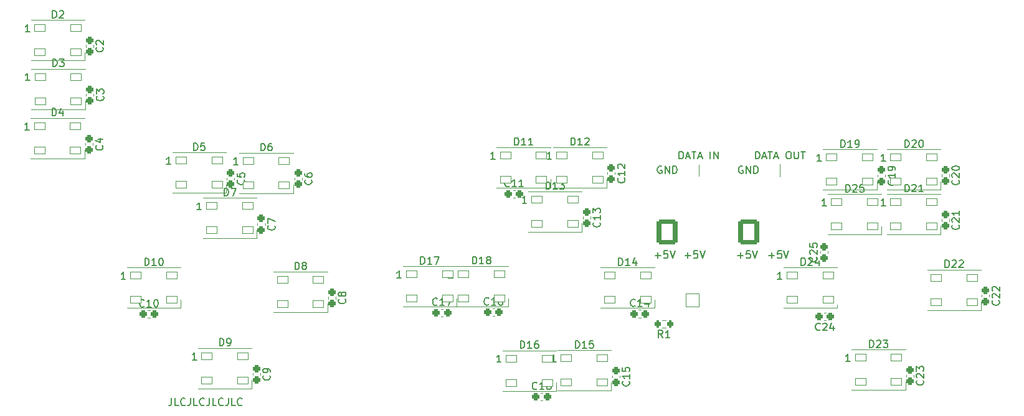
<source format=gbr>
%TF.GenerationSoftware,KiCad,Pcbnew,(6.0.9)*%
%TF.CreationDate,2022-12-26T16:20:07-09:00*%
%TF.ProjectId,PCB_ ELEC PANEL,5043422c-2045-44c4-9543-2050414e454c,rev?*%
%TF.SameCoordinates,Original*%
%TF.FileFunction,Legend,Top*%
%TF.FilePolarity,Positive*%
%FSLAX46Y46*%
G04 Gerber Fmt 4.6, Leading zero omitted, Abs format (unit mm)*
G04 Created by KiCad (PCBNEW (6.0.9)) date 2022-12-26 16:20:07*
%MOMM*%
%LPD*%
G01*
G04 APERTURE LIST*
G04 Aperture macros list*
%AMRoundRect*
0 Rectangle with rounded corners*
0 $1 Rounding radius*
0 $2 $3 $4 $5 $6 $7 $8 $9 X,Y pos of 4 corners*
0 Add a 4 corners polygon primitive as box body*
4,1,4,$2,$3,$4,$5,$6,$7,$8,$9,$2,$3,0*
0 Add four circle primitives for the rounded corners*
1,1,$1+$1,$2,$3*
1,1,$1+$1,$4,$5*
1,1,$1+$1,$6,$7*
1,1,$1+$1,$8,$9*
0 Add four rect primitives between the rounded corners*
20,1,$1+$1,$2,$3,$4,$5,0*
20,1,$1+$1,$4,$5,$6,$7,0*
20,1,$1+$1,$6,$7,$8,$9,0*
20,1,$1+$1,$8,$9,$2,$3,0*%
G04 Aperture macros list end*
%ADD10C,0.120000*%
%ADD11C,0.150000*%
%ADD12RoundRect,0.050000X-0.750000X-0.450000X0.750000X-0.450000X0.750000X0.450000X-0.750000X0.450000X0*%
%ADD13RoundRect,0.250000X0.200000X0.275000X-0.200000X0.275000X-0.200000X-0.275000X0.200000X-0.275000X0*%
%ADD14RoundRect,0.275000X-0.250000X0.225000X-0.250000X-0.225000X0.250000X-0.225000X0.250000X0.225000X0*%
%ADD15RoundRect,0.275000X-0.225000X-0.250000X0.225000X-0.250000X0.225000X0.250000X-0.225000X0.250000X0*%
%ADD16RoundRect,0.275000X0.225000X0.250000X-0.225000X0.250000X-0.225000X-0.250000X0.225000X-0.250000X0*%
%ADD17RoundRect,0.275000X0.250000X-0.225000X0.250000X0.225000X-0.250000X0.225000X-0.250000X-0.225000X0*%
%ADD18C,12.800000*%
%ADD19C,4.400000*%
%ADD20RoundRect,0.050000X0.900000X0.900000X-0.900000X0.900000X-0.900000X-0.900000X0.900000X-0.900000X0*%
%ADD21C,1.900000*%
%ADD22RoundRect,0.300001X-1.099999X-1.399999X1.099999X-1.399999X1.099999X1.399999X-1.099999X1.399999X0*%
%ADD23O,2.800000X3.400000*%
G04 APERTURE END LIST*
D10*
X132900000Y-119600000D02*
X132900000Y-117950000D01*
X121925000Y-118000000D02*
X121925000Y-119550000D01*
D11*
X131439285Y-130346428D02*
X132201190Y-130346428D01*
X131820238Y-130727380D02*
X131820238Y-129965476D01*
X133153571Y-129727380D02*
X132677380Y-129727380D01*
X132629761Y-130203571D01*
X132677380Y-130155952D01*
X132772619Y-130108333D01*
X133010714Y-130108333D01*
X133105952Y-130155952D01*
X133153571Y-130203571D01*
X133201190Y-130298809D01*
X133201190Y-130536904D01*
X133153571Y-130632142D01*
X133105952Y-130679761D01*
X133010714Y-130727380D01*
X132772619Y-130727380D01*
X132677380Y-130679761D01*
X132629761Y-130632142D01*
X133486904Y-129727380D02*
X133820238Y-130727380D01*
X134153571Y-129727380D01*
X127888095Y-118225000D02*
X127792857Y-118177380D01*
X127650000Y-118177380D01*
X127507142Y-118225000D01*
X127411904Y-118320238D01*
X127364285Y-118415476D01*
X127316666Y-118605952D01*
X127316666Y-118748809D01*
X127364285Y-118939285D01*
X127411904Y-119034523D01*
X127507142Y-119129761D01*
X127650000Y-119177380D01*
X127745238Y-119177380D01*
X127888095Y-119129761D01*
X127935714Y-119082142D01*
X127935714Y-118748809D01*
X127745238Y-118748809D01*
X128364285Y-119177380D02*
X128364285Y-118177380D01*
X128935714Y-119177380D01*
X128935714Y-118177380D01*
X129411904Y-119177380D02*
X129411904Y-118177380D01*
X129650000Y-118177380D01*
X129792857Y-118225000D01*
X129888095Y-118320238D01*
X129935714Y-118415476D01*
X129983333Y-118605952D01*
X129983333Y-118748809D01*
X129935714Y-118939285D01*
X129888095Y-119034523D01*
X129792857Y-119129761D01*
X129650000Y-119177380D01*
X129411904Y-119177380D01*
X129615476Y-117202380D02*
X129615476Y-116202380D01*
X129853571Y-116202380D01*
X129996428Y-116250000D01*
X130091666Y-116345238D01*
X130139285Y-116440476D01*
X130186904Y-116630952D01*
X130186904Y-116773809D01*
X130139285Y-116964285D01*
X130091666Y-117059523D01*
X129996428Y-117154761D01*
X129853571Y-117202380D01*
X129615476Y-117202380D01*
X130567857Y-116916666D02*
X131044047Y-116916666D01*
X130472619Y-117202380D02*
X130805952Y-116202380D01*
X131139285Y-117202380D01*
X131329761Y-116202380D02*
X131901190Y-116202380D01*
X131615476Y-117202380D02*
X131615476Y-116202380D01*
X132186904Y-116916666D02*
X132663095Y-116916666D01*
X132091666Y-117202380D02*
X132425000Y-116202380D01*
X132758333Y-117202380D01*
X134044047Y-116202380D02*
X134234523Y-116202380D01*
X134329761Y-116250000D01*
X134425000Y-116345238D01*
X134472619Y-116535714D01*
X134472619Y-116869047D01*
X134425000Y-117059523D01*
X134329761Y-117154761D01*
X134234523Y-117202380D01*
X134044047Y-117202380D01*
X133948809Y-117154761D01*
X133853571Y-117059523D01*
X133805952Y-116869047D01*
X133805952Y-116535714D01*
X133853571Y-116345238D01*
X133948809Y-116250000D01*
X134044047Y-116202380D01*
X134901190Y-116202380D02*
X134901190Y-117011904D01*
X134948809Y-117107142D01*
X134996428Y-117154761D01*
X135091666Y-117202380D01*
X135282142Y-117202380D01*
X135377380Y-117154761D01*
X135425000Y-117107142D01*
X135472619Y-117011904D01*
X135472619Y-116202380D01*
X135805952Y-116202380D02*
X136377380Y-116202380D01*
X136091666Y-117202380D02*
X136091666Y-116202380D01*
X119257142Y-117202380D02*
X119257142Y-116202380D01*
X119495238Y-116202380D01*
X119638095Y-116250000D01*
X119733333Y-116345238D01*
X119780952Y-116440476D01*
X119828571Y-116630952D01*
X119828571Y-116773809D01*
X119780952Y-116964285D01*
X119733333Y-117059523D01*
X119638095Y-117154761D01*
X119495238Y-117202380D01*
X119257142Y-117202380D01*
X120209523Y-116916666D02*
X120685714Y-116916666D01*
X120114285Y-117202380D02*
X120447619Y-116202380D01*
X120780952Y-117202380D01*
X120971428Y-116202380D02*
X121542857Y-116202380D01*
X121257142Y-117202380D02*
X121257142Y-116202380D01*
X121828571Y-116916666D02*
X122304761Y-116916666D01*
X121733333Y-117202380D02*
X122066666Y-116202380D01*
X122400000Y-117202380D01*
X123495238Y-117202380D02*
X123495238Y-116202380D01*
X123971428Y-117202380D02*
X123971428Y-116202380D01*
X124542857Y-117202380D01*
X124542857Y-116202380D01*
X127189285Y-130346428D02*
X127951190Y-130346428D01*
X127570238Y-130727380D02*
X127570238Y-129965476D01*
X128903571Y-129727380D02*
X128427380Y-129727380D01*
X128379761Y-130203571D01*
X128427380Y-130155952D01*
X128522619Y-130108333D01*
X128760714Y-130108333D01*
X128855952Y-130155952D01*
X128903571Y-130203571D01*
X128951190Y-130298809D01*
X128951190Y-130536904D01*
X128903571Y-130632142D01*
X128855952Y-130679761D01*
X128760714Y-130727380D01*
X128522619Y-130727380D01*
X128427380Y-130679761D01*
X128379761Y-130632142D01*
X129236904Y-129727380D02*
X129570238Y-130727380D01*
X129903571Y-129727380D01*
X50255952Y-149802380D02*
X50255952Y-150516666D01*
X50208333Y-150659523D01*
X50113095Y-150754761D01*
X49970238Y-150802380D01*
X49875000Y-150802380D01*
X51208333Y-150802380D02*
X50732142Y-150802380D01*
X50732142Y-149802380D01*
X52113095Y-150707142D02*
X52065476Y-150754761D01*
X51922619Y-150802380D01*
X51827380Y-150802380D01*
X51684523Y-150754761D01*
X51589285Y-150659523D01*
X51541666Y-150564285D01*
X51494047Y-150373809D01*
X51494047Y-150230952D01*
X51541666Y-150040476D01*
X51589285Y-149945238D01*
X51684523Y-149850000D01*
X51827380Y-149802380D01*
X51922619Y-149802380D01*
X52065476Y-149850000D01*
X52113095Y-149897619D01*
X52827380Y-149802380D02*
X52827380Y-150516666D01*
X52779761Y-150659523D01*
X52684523Y-150754761D01*
X52541666Y-150802380D01*
X52446428Y-150802380D01*
X53779761Y-150802380D02*
X53303571Y-150802380D01*
X53303571Y-149802380D01*
X54684523Y-150707142D02*
X54636904Y-150754761D01*
X54494047Y-150802380D01*
X54398809Y-150802380D01*
X54255952Y-150754761D01*
X54160714Y-150659523D01*
X54113095Y-150564285D01*
X54065476Y-150373809D01*
X54065476Y-150230952D01*
X54113095Y-150040476D01*
X54160714Y-149945238D01*
X54255952Y-149850000D01*
X54398809Y-149802380D01*
X54494047Y-149802380D01*
X54636904Y-149850000D01*
X54684523Y-149897619D01*
X55398809Y-149802380D02*
X55398809Y-150516666D01*
X55351190Y-150659523D01*
X55255952Y-150754761D01*
X55113095Y-150802380D01*
X55017857Y-150802380D01*
X56351190Y-150802380D02*
X55875000Y-150802380D01*
X55875000Y-149802380D01*
X57255952Y-150707142D02*
X57208333Y-150754761D01*
X57065476Y-150802380D01*
X56970238Y-150802380D01*
X56827380Y-150754761D01*
X56732142Y-150659523D01*
X56684523Y-150564285D01*
X56636904Y-150373809D01*
X56636904Y-150230952D01*
X56684523Y-150040476D01*
X56732142Y-149945238D01*
X56827380Y-149850000D01*
X56970238Y-149802380D01*
X57065476Y-149802380D01*
X57208333Y-149850000D01*
X57255952Y-149897619D01*
X57970238Y-149802380D02*
X57970238Y-150516666D01*
X57922619Y-150659523D01*
X57827380Y-150754761D01*
X57684523Y-150802380D01*
X57589285Y-150802380D01*
X58922619Y-150802380D02*
X58446428Y-150802380D01*
X58446428Y-149802380D01*
X59827380Y-150707142D02*
X59779761Y-150754761D01*
X59636904Y-150802380D01*
X59541666Y-150802380D01*
X59398809Y-150754761D01*
X59303571Y-150659523D01*
X59255952Y-150564285D01*
X59208333Y-150373809D01*
X59208333Y-150230952D01*
X59255952Y-150040476D01*
X59303571Y-149945238D01*
X59398809Y-149850000D01*
X59541666Y-149802380D01*
X59636904Y-149802380D01*
X59779761Y-149850000D01*
X59827380Y-149897619D01*
X120039285Y-130346428D02*
X120801190Y-130346428D01*
X120420238Y-130727380D02*
X120420238Y-129965476D01*
X121753571Y-129727380D02*
X121277380Y-129727380D01*
X121229761Y-130203571D01*
X121277380Y-130155952D01*
X121372619Y-130108333D01*
X121610714Y-130108333D01*
X121705952Y-130155952D01*
X121753571Y-130203571D01*
X121801190Y-130298809D01*
X121801190Y-130536904D01*
X121753571Y-130632142D01*
X121705952Y-130679761D01*
X121610714Y-130727380D01*
X121372619Y-130727380D01*
X121277380Y-130679761D01*
X121229761Y-130632142D01*
X122086904Y-129727380D02*
X122420238Y-130727380D01*
X122753571Y-129727380D01*
X115964285Y-130346428D02*
X116726190Y-130346428D01*
X116345238Y-130727380D02*
X116345238Y-129965476D01*
X117678571Y-129727380D02*
X117202380Y-129727380D01*
X117154761Y-130203571D01*
X117202380Y-130155952D01*
X117297619Y-130108333D01*
X117535714Y-130108333D01*
X117630952Y-130155952D01*
X117678571Y-130203571D01*
X117726190Y-130298809D01*
X117726190Y-130536904D01*
X117678571Y-130632142D01*
X117630952Y-130679761D01*
X117535714Y-130727380D01*
X117297619Y-130727380D01*
X117202380Y-130679761D01*
X117154761Y-130632142D01*
X118011904Y-129727380D02*
X118345238Y-130727380D01*
X118678571Y-129727380D01*
X116863095Y-118225000D02*
X116767857Y-118177380D01*
X116625000Y-118177380D01*
X116482142Y-118225000D01*
X116386904Y-118320238D01*
X116339285Y-118415476D01*
X116291666Y-118605952D01*
X116291666Y-118748809D01*
X116339285Y-118939285D01*
X116386904Y-119034523D01*
X116482142Y-119129761D01*
X116625000Y-119177380D01*
X116720238Y-119177380D01*
X116863095Y-119129761D01*
X116910714Y-119082142D01*
X116910714Y-118748809D01*
X116720238Y-118748809D01*
X117339285Y-119177380D02*
X117339285Y-118177380D01*
X117910714Y-119177380D01*
X117910714Y-118177380D01*
X118386904Y-119177380D02*
X118386904Y-118177380D01*
X118625000Y-118177380D01*
X118767857Y-118225000D01*
X118863095Y-118320238D01*
X118910714Y-118415476D01*
X118958333Y-118605952D01*
X118958333Y-118748809D01*
X118910714Y-118939285D01*
X118863095Y-119034523D01*
X118767857Y-119129761D01*
X118625000Y-119177380D01*
X118386904Y-119177380D01*
%TO.C,D2*%
X34085304Y-98019380D02*
X34085304Y-97019380D01*
X34323400Y-97019380D01*
X34466257Y-97067000D01*
X34561495Y-97162238D01*
X34609114Y-97257476D01*
X34656733Y-97447952D01*
X34656733Y-97590809D01*
X34609114Y-97781285D01*
X34561495Y-97876523D01*
X34466257Y-97971761D01*
X34323400Y-98019380D01*
X34085304Y-98019380D01*
X35037685Y-97114619D02*
X35085304Y-97067000D01*
X35180542Y-97019380D01*
X35418638Y-97019380D01*
X35513876Y-97067000D01*
X35561495Y-97114619D01*
X35609114Y-97209857D01*
X35609114Y-97305095D01*
X35561495Y-97447952D01*
X34990066Y-98019380D01*
X35609114Y-98019380D01*
X30959114Y-99919380D02*
X30387685Y-99919380D01*
X30673400Y-99919380D02*
X30673400Y-98919380D01*
X30578161Y-99062238D01*
X30482923Y-99157476D01*
X30387685Y-99205095D01*
%TO.C,D3*%
X34110704Y-104648380D02*
X34110704Y-103648380D01*
X34348800Y-103648380D01*
X34491657Y-103696000D01*
X34586895Y-103791238D01*
X34634514Y-103886476D01*
X34682133Y-104076952D01*
X34682133Y-104219809D01*
X34634514Y-104410285D01*
X34586895Y-104505523D01*
X34491657Y-104600761D01*
X34348800Y-104648380D01*
X34110704Y-104648380D01*
X35015466Y-103648380D02*
X35634514Y-103648380D01*
X35301180Y-104029333D01*
X35444038Y-104029333D01*
X35539276Y-104076952D01*
X35586895Y-104124571D01*
X35634514Y-104219809D01*
X35634514Y-104457904D01*
X35586895Y-104553142D01*
X35539276Y-104600761D01*
X35444038Y-104648380D01*
X35158323Y-104648380D01*
X35063085Y-104600761D01*
X35015466Y-104553142D01*
X30984514Y-106548380D02*
X30413085Y-106548380D01*
X30698800Y-106548380D02*
X30698800Y-105548380D01*
X30603561Y-105691238D01*
X30508323Y-105786476D01*
X30413085Y-105834095D01*
%TO.C,D4*%
X34022904Y-111354380D02*
X34022904Y-110354380D01*
X34261000Y-110354380D01*
X34403857Y-110402000D01*
X34499095Y-110497238D01*
X34546714Y-110592476D01*
X34594333Y-110782952D01*
X34594333Y-110925809D01*
X34546714Y-111116285D01*
X34499095Y-111211523D01*
X34403857Y-111306761D01*
X34261000Y-111354380D01*
X34022904Y-111354380D01*
X35451476Y-110687714D02*
X35451476Y-111354380D01*
X35213380Y-110306761D02*
X34975285Y-111021047D01*
X35594333Y-111021047D01*
X30896714Y-113254380D02*
X30325285Y-113254380D01*
X30611000Y-113254380D02*
X30611000Y-112254380D01*
X30515761Y-112397238D01*
X30420523Y-112492476D01*
X30325285Y-112540095D01*
%TO.C,D5*%
X53262304Y-116053380D02*
X53262304Y-115053380D01*
X53500400Y-115053380D01*
X53643257Y-115101000D01*
X53738495Y-115196238D01*
X53786114Y-115291476D01*
X53833733Y-115481952D01*
X53833733Y-115624809D01*
X53786114Y-115815285D01*
X53738495Y-115910523D01*
X53643257Y-116005761D01*
X53500400Y-116053380D01*
X53262304Y-116053380D01*
X54738495Y-115053380D02*
X54262304Y-115053380D01*
X54214685Y-115529571D01*
X54262304Y-115481952D01*
X54357542Y-115434333D01*
X54595638Y-115434333D01*
X54690876Y-115481952D01*
X54738495Y-115529571D01*
X54786114Y-115624809D01*
X54786114Y-115862904D01*
X54738495Y-115958142D01*
X54690876Y-116005761D01*
X54595638Y-116053380D01*
X54357542Y-116053380D01*
X54262304Y-116005761D01*
X54214685Y-115958142D01*
X50136114Y-117953380D02*
X49564685Y-117953380D01*
X49850400Y-117953380D02*
X49850400Y-116953380D01*
X49755161Y-117096238D01*
X49659923Y-117191476D01*
X49564685Y-117239095D01*
%TO.C,D6*%
X62392504Y-116103380D02*
X62392504Y-115103380D01*
X62630600Y-115103380D01*
X62773457Y-115151000D01*
X62868695Y-115246238D01*
X62916314Y-115341476D01*
X62963933Y-115531952D01*
X62963933Y-115674809D01*
X62916314Y-115865285D01*
X62868695Y-115960523D01*
X62773457Y-116055761D01*
X62630600Y-116103380D01*
X62392504Y-116103380D01*
X63821076Y-115103380D02*
X63630600Y-115103380D01*
X63535361Y-115151000D01*
X63487742Y-115198619D01*
X63392504Y-115341476D01*
X63344885Y-115531952D01*
X63344885Y-115912904D01*
X63392504Y-116008142D01*
X63440123Y-116055761D01*
X63535361Y-116103380D01*
X63725838Y-116103380D01*
X63821076Y-116055761D01*
X63868695Y-116008142D01*
X63916314Y-115912904D01*
X63916314Y-115674809D01*
X63868695Y-115579571D01*
X63821076Y-115531952D01*
X63725838Y-115484333D01*
X63535361Y-115484333D01*
X63440123Y-115531952D01*
X63392504Y-115579571D01*
X63344885Y-115674809D01*
X59266314Y-118003380D02*
X58694885Y-118003380D01*
X58980600Y-118003380D02*
X58980600Y-117003380D01*
X58885361Y-117146238D01*
X58790123Y-117241476D01*
X58694885Y-117289095D01*
%TO.C,D7*%
X57427904Y-122250380D02*
X57427904Y-121250380D01*
X57666000Y-121250380D01*
X57808857Y-121298000D01*
X57904095Y-121393238D01*
X57951714Y-121488476D01*
X57999333Y-121678952D01*
X57999333Y-121821809D01*
X57951714Y-122012285D01*
X57904095Y-122107523D01*
X57808857Y-122202761D01*
X57666000Y-122250380D01*
X57427904Y-122250380D01*
X58332666Y-121250380D02*
X58999333Y-121250380D01*
X58570761Y-122250380D01*
X54301714Y-124150380D02*
X53730285Y-124150380D01*
X54016000Y-124150380D02*
X54016000Y-123150380D01*
X53920761Y-123293238D01*
X53825523Y-123388476D01*
X53730285Y-123436095D01*
%TO.C,D8*%
X67042904Y-132283380D02*
X67042904Y-131283380D01*
X67281000Y-131283380D01*
X67423857Y-131331000D01*
X67519095Y-131426238D01*
X67566714Y-131521476D01*
X67614333Y-131711952D01*
X67614333Y-131854809D01*
X67566714Y-132045285D01*
X67519095Y-132140523D01*
X67423857Y-132235761D01*
X67281000Y-132283380D01*
X67042904Y-132283380D01*
X68185761Y-131711952D02*
X68090523Y-131664333D01*
X68042904Y-131616714D01*
X67995285Y-131521476D01*
X67995285Y-131473857D01*
X68042904Y-131378619D01*
X68090523Y-131331000D01*
X68185761Y-131283380D01*
X68376238Y-131283380D01*
X68471476Y-131331000D01*
X68519095Y-131378619D01*
X68566714Y-131473857D01*
X68566714Y-131521476D01*
X68519095Y-131616714D01*
X68471476Y-131664333D01*
X68376238Y-131711952D01*
X68185761Y-131711952D01*
X68090523Y-131759571D01*
X68042904Y-131807190D01*
X67995285Y-131902428D01*
X67995285Y-132092904D01*
X68042904Y-132188142D01*
X68090523Y-132235761D01*
X68185761Y-132283380D01*
X68376238Y-132283380D01*
X68471476Y-132235761D01*
X68519095Y-132188142D01*
X68566714Y-132092904D01*
X68566714Y-131902428D01*
X68519095Y-131807190D01*
X68471476Y-131759571D01*
X68376238Y-131711952D01*
X63916714Y-134183380D02*
X63345285Y-134183380D01*
X63631000Y-134183380D02*
X63631000Y-133183380D01*
X63535761Y-133326238D01*
X63440523Y-133421476D01*
X63345285Y-133469095D01*
%TO.C,D9*%
X56781304Y-142672380D02*
X56781304Y-141672380D01*
X57019400Y-141672380D01*
X57162257Y-141720000D01*
X57257495Y-141815238D01*
X57305114Y-141910476D01*
X57352733Y-142100952D01*
X57352733Y-142243809D01*
X57305114Y-142434285D01*
X57257495Y-142529523D01*
X57162257Y-142624761D01*
X57019400Y-142672380D01*
X56781304Y-142672380D01*
X57828923Y-142672380D02*
X58019400Y-142672380D01*
X58114638Y-142624761D01*
X58162257Y-142577142D01*
X58257495Y-142434285D01*
X58305114Y-142243809D01*
X58305114Y-141862857D01*
X58257495Y-141767619D01*
X58209876Y-141720000D01*
X58114638Y-141672380D01*
X57924161Y-141672380D01*
X57828923Y-141720000D01*
X57781304Y-141767619D01*
X57733685Y-141862857D01*
X57733685Y-142100952D01*
X57781304Y-142196190D01*
X57828923Y-142243809D01*
X57924161Y-142291428D01*
X58114638Y-142291428D01*
X58209876Y-142243809D01*
X58257495Y-142196190D01*
X58305114Y-142100952D01*
X53655114Y-144572380D02*
X53083685Y-144572380D01*
X53369400Y-144572380D02*
X53369400Y-143572380D01*
X53274161Y-143715238D01*
X53178923Y-143810476D01*
X53083685Y-143858095D01*
%TO.C,D10*%
X46627714Y-131724380D02*
X46627714Y-130724380D01*
X46865809Y-130724380D01*
X47008666Y-130772000D01*
X47103904Y-130867238D01*
X47151523Y-130962476D01*
X47199142Y-131152952D01*
X47199142Y-131295809D01*
X47151523Y-131486285D01*
X47103904Y-131581523D01*
X47008666Y-131676761D01*
X46865809Y-131724380D01*
X46627714Y-131724380D01*
X48151523Y-131724380D02*
X47580095Y-131724380D01*
X47865809Y-131724380D02*
X47865809Y-130724380D01*
X47770571Y-130867238D01*
X47675333Y-130962476D01*
X47580095Y-131010095D01*
X48770571Y-130724380D02*
X48865809Y-130724380D01*
X48961047Y-130772000D01*
X49008666Y-130819619D01*
X49056285Y-130914857D01*
X49103904Y-131105333D01*
X49103904Y-131343428D01*
X49056285Y-131533904D01*
X49008666Y-131629142D01*
X48961047Y-131676761D01*
X48865809Y-131724380D01*
X48770571Y-131724380D01*
X48675333Y-131676761D01*
X48627714Y-131629142D01*
X48580095Y-131533904D01*
X48532476Y-131343428D01*
X48532476Y-131105333D01*
X48580095Y-130914857D01*
X48627714Y-130819619D01*
X48675333Y-130772000D01*
X48770571Y-130724380D01*
X43977714Y-133624380D02*
X43406285Y-133624380D01*
X43692000Y-133624380D02*
X43692000Y-132624380D01*
X43596761Y-132767238D01*
X43501523Y-132862476D01*
X43406285Y-132910095D01*
%TO.C,D11*%
X96880514Y-115341380D02*
X96880514Y-114341380D01*
X97118609Y-114341380D01*
X97261466Y-114389000D01*
X97356704Y-114484238D01*
X97404323Y-114579476D01*
X97451942Y-114769952D01*
X97451942Y-114912809D01*
X97404323Y-115103285D01*
X97356704Y-115198523D01*
X97261466Y-115293761D01*
X97118609Y-115341380D01*
X96880514Y-115341380D01*
X98404323Y-115341380D02*
X97832895Y-115341380D01*
X98118609Y-115341380D02*
X98118609Y-114341380D01*
X98023371Y-114484238D01*
X97928133Y-114579476D01*
X97832895Y-114627095D01*
X99356704Y-115341380D02*
X98785276Y-115341380D01*
X99070990Y-115341380D02*
X99070990Y-114341380D01*
X98975752Y-114484238D01*
X98880514Y-114579476D01*
X98785276Y-114627095D01*
X94230514Y-117241380D02*
X93659085Y-117241380D01*
X93944800Y-117241380D02*
X93944800Y-116241380D01*
X93849561Y-116384238D01*
X93754323Y-116479476D01*
X93659085Y-116527095D01*
%TO.C,D12*%
X104539714Y-115341380D02*
X104539714Y-114341380D01*
X104777809Y-114341380D01*
X104920666Y-114389000D01*
X105015904Y-114484238D01*
X105063523Y-114579476D01*
X105111142Y-114769952D01*
X105111142Y-114912809D01*
X105063523Y-115103285D01*
X105015904Y-115198523D01*
X104920666Y-115293761D01*
X104777809Y-115341380D01*
X104539714Y-115341380D01*
X106063523Y-115341380D02*
X105492095Y-115341380D01*
X105777809Y-115341380D02*
X105777809Y-114341380D01*
X105682571Y-114484238D01*
X105587333Y-114579476D01*
X105492095Y-114627095D01*
X106444476Y-114436619D02*
X106492095Y-114389000D01*
X106587333Y-114341380D01*
X106825428Y-114341380D01*
X106920666Y-114389000D01*
X106968285Y-114436619D01*
X107015904Y-114531857D01*
X107015904Y-114627095D01*
X106968285Y-114769952D01*
X106396857Y-115341380D01*
X107015904Y-115341380D01*
X101889714Y-117241380D02*
X101318285Y-117241380D01*
X101604000Y-117241380D02*
X101604000Y-116241380D01*
X101508761Y-116384238D01*
X101413523Y-116479476D01*
X101318285Y-116527095D01*
%TO.C,D13*%
X101161714Y-121361380D02*
X101161714Y-120361380D01*
X101399809Y-120361380D01*
X101542666Y-120409000D01*
X101637904Y-120504238D01*
X101685523Y-120599476D01*
X101733142Y-120789952D01*
X101733142Y-120932809D01*
X101685523Y-121123285D01*
X101637904Y-121218523D01*
X101542666Y-121313761D01*
X101399809Y-121361380D01*
X101161714Y-121361380D01*
X102685523Y-121361380D02*
X102114095Y-121361380D01*
X102399809Y-121361380D02*
X102399809Y-120361380D01*
X102304571Y-120504238D01*
X102209333Y-120599476D01*
X102114095Y-120647095D01*
X103018857Y-120361380D02*
X103637904Y-120361380D01*
X103304571Y-120742333D01*
X103447428Y-120742333D01*
X103542666Y-120789952D01*
X103590285Y-120837571D01*
X103637904Y-120932809D01*
X103637904Y-121170904D01*
X103590285Y-121266142D01*
X103542666Y-121313761D01*
X103447428Y-121361380D01*
X103161714Y-121361380D01*
X103066476Y-121313761D01*
X103018857Y-121266142D01*
X98511714Y-123261380D02*
X97940285Y-123261380D01*
X98226000Y-123261380D02*
X98226000Y-122261380D01*
X98130761Y-122404238D01*
X98035523Y-122499476D01*
X97940285Y-122547095D01*
%TO.C,D14*%
X111028714Y-131724380D02*
X111028714Y-130724380D01*
X111266809Y-130724380D01*
X111409666Y-130772000D01*
X111504904Y-130867238D01*
X111552523Y-130962476D01*
X111600142Y-131152952D01*
X111600142Y-131295809D01*
X111552523Y-131486285D01*
X111504904Y-131581523D01*
X111409666Y-131676761D01*
X111266809Y-131724380D01*
X111028714Y-131724380D01*
X112552523Y-131724380D02*
X111981095Y-131724380D01*
X112266809Y-131724380D02*
X112266809Y-130724380D01*
X112171571Y-130867238D01*
X112076333Y-130962476D01*
X111981095Y-131010095D01*
X113409666Y-131057714D02*
X113409666Y-131724380D01*
X113171571Y-130676761D02*
X112933476Y-131391047D01*
X113552523Y-131391047D01*
X108378714Y-133624380D02*
X107807285Y-133624380D01*
X108093000Y-133624380D02*
X108093000Y-132624380D01*
X107997761Y-132767238D01*
X107902523Y-132862476D01*
X107807285Y-132910095D01*
%TO.C,D15*%
X105149714Y-142976380D02*
X105149714Y-141976380D01*
X105387809Y-141976380D01*
X105530666Y-142024000D01*
X105625904Y-142119238D01*
X105673523Y-142214476D01*
X105721142Y-142404952D01*
X105721142Y-142547809D01*
X105673523Y-142738285D01*
X105625904Y-142833523D01*
X105530666Y-142928761D01*
X105387809Y-142976380D01*
X105149714Y-142976380D01*
X106673523Y-142976380D02*
X106102095Y-142976380D01*
X106387809Y-142976380D02*
X106387809Y-141976380D01*
X106292571Y-142119238D01*
X106197333Y-142214476D01*
X106102095Y-142262095D01*
X107578285Y-141976380D02*
X107102095Y-141976380D01*
X107054476Y-142452571D01*
X107102095Y-142404952D01*
X107197333Y-142357333D01*
X107435428Y-142357333D01*
X107530666Y-142404952D01*
X107578285Y-142452571D01*
X107625904Y-142547809D01*
X107625904Y-142785904D01*
X107578285Y-142881142D01*
X107530666Y-142928761D01*
X107435428Y-142976380D01*
X107197333Y-142976380D01*
X107102095Y-142928761D01*
X107054476Y-142881142D01*
X102499714Y-144876380D02*
X101928285Y-144876380D01*
X102214000Y-144876380D02*
X102214000Y-143876380D01*
X102118761Y-144019238D01*
X102023523Y-144114476D01*
X101928285Y-144162095D01*
%TO.C,D16*%
X97679514Y-143002380D02*
X97679514Y-142002380D01*
X97917609Y-142002380D01*
X98060466Y-142050000D01*
X98155704Y-142145238D01*
X98203323Y-142240476D01*
X98250942Y-142430952D01*
X98250942Y-142573809D01*
X98203323Y-142764285D01*
X98155704Y-142859523D01*
X98060466Y-142954761D01*
X97917609Y-143002380D01*
X97679514Y-143002380D01*
X99203323Y-143002380D02*
X98631895Y-143002380D01*
X98917609Y-143002380D02*
X98917609Y-142002380D01*
X98822371Y-142145238D01*
X98727133Y-142240476D01*
X98631895Y-142288095D01*
X100060466Y-142002380D02*
X99869990Y-142002380D01*
X99774752Y-142050000D01*
X99727133Y-142097619D01*
X99631895Y-142240476D01*
X99584276Y-142430952D01*
X99584276Y-142811904D01*
X99631895Y-142907142D01*
X99679514Y-142954761D01*
X99774752Y-143002380D01*
X99965228Y-143002380D01*
X100060466Y-142954761D01*
X100108085Y-142907142D01*
X100155704Y-142811904D01*
X100155704Y-142573809D01*
X100108085Y-142478571D01*
X100060466Y-142430952D01*
X99965228Y-142383333D01*
X99774752Y-142383333D01*
X99679514Y-142430952D01*
X99631895Y-142478571D01*
X99584276Y-142573809D01*
X95029514Y-144902380D02*
X94458085Y-144902380D01*
X94743800Y-144902380D02*
X94743800Y-143902380D01*
X94648561Y-144045238D01*
X94553323Y-144140476D01*
X94458085Y-144188095D01*
%TO.C,D17*%
X84115914Y-131546380D02*
X84115914Y-130546380D01*
X84354009Y-130546380D01*
X84496866Y-130594000D01*
X84592104Y-130689238D01*
X84639723Y-130784476D01*
X84687342Y-130974952D01*
X84687342Y-131117809D01*
X84639723Y-131308285D01*
X84592104Y-131403523D01*
X84496866Y-131498761D01*
X84354009Y-131546380D01*
X84115914Y-131546380D01*
X85639723Y-131546380D02*
X85068295Y-131546380D01*
X85354009Y-131546380D02*
X85354009Y-130546380D01*
X85258771Y-130689238D01*
X85163533Y-130784476D01*
X85068295Y-130832095D01*
X85973057Y-130546380D02*
X86639723Y-130546380D01*
X86211152Y-131546380D01*
X81465914Y-133446380D02*
X80894485Y-133446380D01*
X81180200Y-133446380D02*
X81180200Y-132446380D01*
X81084961Y-132589238D01*
X80989723Y-132684476D01*
X80894485Y-132732095D01*
%TO.C,D18*%
X91153914Y-131521380D02*
X91153914Y-130521380D01*
X91392009Y-130521380D01*
X91534866Y-130569000D01*
X91630104Y-130664238D01*
X91677723Y-130759476D01*
X91725342Y-130949952D01*
X91725342Y-131092809D01*
X91677723Y-131283285D01*
X91630104Y-131378523D01*
X91534866Y-131473761D01*
X91392009Y-131521380D01*
X91153914Y-131521380D01*
X92677723Y-131521380D02*
X92106295Y-131521380D01*
X92392009Y-131521380D02*
X92392009Y-130521380D01*
X92296771Y-130664238D01*
X92201533Y-130759476D01*
X92106295Y-130807095D01*
X93249152Y-130949952D02*
X93153914Y-130902333D01*
X93106295Y-130854714D01*
X93058676Y-130759476D01*
X93058676Y-130711857D01*
X93106295Y-130616619D01*
X93153914Y-130569000D01*
X93249152Y-130521380D01*
X93439628Y-130521380D01*
X93534866Y-130569000D01*
X93582485Y-130616619D01*
X93630104Y-130711857D01*
X93630104Y-130759476D01*
X93582485Y-130854714D01*
X93534866Y-130902333D01*
X93439628Y-130949952D01*
X93249152Y-130949952D01*
X93153914Y-130997571D01*
X93106295Y-131045190D01*
X93058676Y-131140428D01*
X93058676Y-131330904D01*
X93106295Y-131426142D01*
X93153914Y-131473761D01*
X93249152Y-131521380D01*
X93439628Y-131521380D01*
X93534866Y-131473761D01*
X93582485Y-131426142D01*
X93630104Y-131330904D01*
X93630104Y-131140428D01*
X93582485Y-131045190D01*
X93534866Y-130997571D01*
X93439628Y-130949952D01*
X88503914Y-133421380D02*
X87932485Y-133421380D01*
X88218200Y-133421380D02*
X88218200Y-132421380D01*
X88122961Y-132564238D01*
X88027723Y-132659476D01*
X87932485Y-132707095D01*
%TO.C,D19*%
X141240714Y-115646380D02*
X141240714Y-114646380D01*
X141478809Y-114646380D01*
X141621666Y-114694000D01*
X141716904Y-114789238D01*
X141764523Y-114884476D01*
X141812142Y-115074952D01*
X141812142Y-115217809D01*
X141764523Y-115408285D01*
X141716904Y-115503523D01*
X141621666Y-115598761D01*
X141478809Y-115646380D01*
X141240714Y-115646380D01*
X142764523Y-115646380D02*
X142193095Y-115646380D01*
X142478809Y-115646380D02*
X142478809Y-114646380D01*
X142383571Y-114789238D01*
X142288333Y-114884476D01*
X142193095Y-114932095D01*
X143240714Y-115646380D02*
X143431190Y-115646380D01*
X143526428Y-115598761D01*
X143574047Y-115551142D01*
X143669285Y-115408285D01*
X143716904Y-115217809D01*
X143716904Y-114836857D01*
X143669285Y-114741619D01*
X143621666Y-114694000D01*
X143526428Y-114646380D01*
X143335952Y-114646380D01*
X143240714Y-114694000D01*
X143193095Y-114741619D01*
X143145476Y-114836857D01*
X143145476Y-115074952D01*
X143193095Y-115170190D01*
X143240714Y-115217809D01*
X143335952Y-115265428D01*
X143526428Y-115265428D01*
X143621666Y-115217809D01*
X143669285Y-115170190D01*
X143716904Y-115074952D01*
X138590714Y-117546380D02*
X138019285Y-117546380D01*
X138305000Y-117546380D02*
X138305000Y-116546380D01*
X138209761Y-116689238D01*
X138114523Y-116784476D01*
X138019285Y-116832095D01*
%TO.C,D20*%
X149940714Y-115646380D02*
X149940714Y-114646380D01*
X150178809Y-114646380D01*
X150321666Y-114694000D01*
X150416904Y-114789238D01*
X150464523Y-114884476D01*
X150512142Y-115074952D01*
X150512142Y-115217809D01*
X150464523Y-115408285D01*
X150416904Y-115503523D01*
X150321666Y-115598761D01*
X150178809Y-115646380D01*
X149940714Y-115646380D01*
X150893095Y-114741619D02*
X150940714Y-114694000D01*
X151035952Y-114646380D01*
X151274047Y-114646380D01*
X151369285Y-114694000D01*
X151416904Y-114741619D01*
X151464523Y-114836857D01*
X151464523Y-114932095D01*
X151416904Y-115074952D01*
X150845476Y-115646380D01*
X151464523Y-115646380D01*
X152083571Y-114646380D02*
X152178809Y-114646380D01*
X152274047Y-114694000D01*
X152321666Y-114741619D01*
X152369285Y-114836857D01*
X152416904Y-115027333D01*
X152416904Y-115265428D01*
X152369285Y-115455904D01*
X152321666Y-115551142D01*
X152274047Y-115598761D01*
X152178809Y-115646380D01*
X152083571Y-115646380D01*
X151988333Y-115598761D01*
X151940714Y-115551142D01*
X151893095Y-115455904D01*
X151845476Y-115265428D01*
X151845476Y-115027333D01*
X151893095Y-114836857D01*
X151940714Y-114741619D01*
X151988333Y-114694000D01*
X152083571Y-114646380D01*
X147290714Y-117546380D02*
X146719285Y-117546380D01*
X147005000Y-117546380D02*
X147005000Y-116546380D01*
X146909761Y-116689238D01*
X146814523Y-116784476D01*
X146719285Y-116832095D01*
%TO.C,D21*%
X149952714Y-121691380D02*
X149952714Y-120691380D01*
X150190809Y-120691380D01*
X150333666Y-120739000D01*
X150428904Y-120834238D01*
X150476523Y-120929476D01*
X150524142Y-121119952D01*
X150524142Y-121262809D01*
X150476523Y-121453285D01*
X150428904Y-121548523D01*
X150333666Y-121643761D01*
X150190809Y-121691380D01*
X149952714Y-121691380D01*
X150905095Y-120786619D02*
X150952714Y-120739000D01*
X151047952Y-120691380D01*
X151286047Y-120691380D01*
X151381285Y-120739000D01*
X151428904Y-120786619D01*
X151476523Y-120881857D01*
X151476523Y-120977095D01*
X151428904Y-121119952D01*
X150857476Y-121691380D01*
X151476523Y-121691380D01*
X152428904Y-121691380D02*
X151857476Y-121691380D01*
X152143190Y-121691380D02*
X152143190Y-120691380D01*
X152047952Y-120834238D01*
X151952714Y-120929476D01*
X151857476Y-120977095D01*
X147302714Y-123591380D02*
X146731285Y-123591380D01*
X147017000Y-123591380D02*
X147017000Y-122591380D01*
X146921761Y-122734238D01*
X146826523Y-122829476D01*
X146731285Y-122877095D01*
%TO.C,D22*%
X155415714Y-132004380D02*
X155415714Y-131004380D01*
X155653809Y-131004380D01*
X155796666Y-131052000D01*
X155891904Y-131147238D01*
X155939523Y-131242476D01*
X155987142Y-131432952D01*
X155987142Y-131575809D01*
X155939523Y-131766285D01*
X155891904Y-131861523D01*
X155796666Y-131956761D01*
X155653809Y-132004380D01*
X155415714Y-132004380D01*
X156368095Y-131099619D02*
X156415714Y-131052000D01*
X156510952Y-131004380D01*
X156749047Y-131004380D01*
X156844285Y-131052000D01*
X156891904Y-131099619D01*
X156939523Y-131194857D01*
X156939523Y-131290095D01*
X156891904Y-131432952D01*
X156320476Y-132004380D01*
X156939523Y-132004380D01*
X157320476Y-131099619D02*
X157368095Y-131052000D01*
X157463333Y-131004380D01*
X157701428Y-131004380D01*
X157796666Y-131052000D01*
X157844285Y-131099619D01*
X157891904Y-131194857D01*
X157891904Y-131290095D01*
X157844285Y-131432952D01*
X157272857Y-132004380D01*
X157891904Y-132004380D01*
X152765714Y-133904380D02*
X152194285Y-133904380D01*
X152480000Y-133904380D02*
X152480000Y-132904380D01*
X152384761Y-133047238D01*
X152289523Y-133142476D01*
X152194285Y-133190095D01*
%TO.C,D23*%
X145140714Y-142900380D02*
X145140714Y-141900380D01*
X145378809Y-141900380D01*
X145521666Y-141948000D01*
X145616904Y-142043238D01*
X145664523Y-142138476D01*
X145712142Y-142328952D01*
X145712142Y-142471809D01*
X145664523Y-142662285D01*
X145616904Y-142757523D01*
X145521666Y-142852761D01*
X145378809Y-142900380D01*
X145140714Y-142900380D01*
X146093095Y-141995619D02*
X146140714Y-141948000D01*
X146235952Y-141900380D01*
X146474047Y-141900380D01*
X146569285Y-141948000D01*
X146616904Y-141995619D01*
X146664523Y-142090857D01*
X146664523Y-142186095D01*
X146616904Y-142328952D01*
X146045476Y-142900380D01*
X146664523Y-142900380D01*
X146997857Y-141900380D02*
X147616904Y-141900380D01*
X147283571Y-142281333D01*
X147426428Y-142281333D01*
X147521666Y-142328952D01*
X147569285Y-142376571D01*
X147616904Y-142471809D01*
X147616904Y-142709904D01*
X147569285Y-142805142D01*
X147521666Y-142852761D01*
X147426428Y-142900380D01*
X147140714Y-142900380D01*
X147045476Y-142852761D01*
X146997857Y-142805142D01*
X142490714Y-144800380D02*
X141919285Y-144800380D01*
X142205000Y-144800380D02*
X142205000Y-143800380D01*
X142109761Y-143943238D01*
X142014523Y-144038476D01*
X141919285Y-144086095D01*
%TO.C,D24*%
X135857714Y-131699380D02*
X135857714Y-130699380D01*
X136095809Y-130699380D01*
X136238666Y-130747000D01*
X136333904Y-130842238D01*
X136381523Y-130937476D01*
X136429142Y-131127952D01*
X136429142Y-131270809D01*
X136381523Y-131461285D01*
X136333904Y-131556523D01*
X136238666Y-131651761D01*
X136095809Y-131699380D01*
X135857714Y-131699380D01*
X136810095Y-130794619D02*
X136857714Y-130747000D01*
X136952952Y-130699380D01*
X137191047Y-130699380D01*
X137286285Y-130747000D01*
X137333904Y-130794619D01*
X137381523Y-130889857D01*
X137381523Y-130985095D01*
X137333904Y-131127952D01*
X136762476Y-131699380D01*
X137381523Y-131699380D01*
X138238666Y-131032714D02*
X138238666Y-131699380D01*
X138000571Y-130651761D02*
X137762476Y-131366047D01*
X138381523Y-131366047D01*
X133207714Y-133599380D02*
X132636285Y-133599380D01*
X132922000Y-133599380D02*
X132922000Y-132599380D01*
X132826761Y-132742238D01*
X132731523Y-132837476D01*
X132636285Y-132885095D01*
%TO.C,D25*%
X141902714Y-121717380D02*
X141902714Y-120717380D01*
X142140809Y-120717380D01*
X142283666Y-120765000D01*
X142378904Y-120860238D01*
X142426523Y-120955476D01*
X142474142Y-121145952D01*
X142474142Y-121288809D01*
X142426523Y-121479285D01*
X142378904Y-121574523D01*
X142283666Y-121669761D01*
X142140809Y-121717380D01*
X141902714Y-121717380D01*
X142855095Y-120812619D02*
X142902714Y-120765000D01*
X142997952Y-120717380D01*
X143236047Y-120717380D01*
X143331285Y-120765000D01*
X143378904Y-120812619D01*
X143426523Y-120907857D01*
X143426523Y-121003095D01*
X143378904Y-121145952D01*
X142807476Y-121717380D01*
X143426523Y-121717380D01*
X144331285Y-120717380D02*
X143855095Y-120717380D01*
X143807476Y-121193571D01*
X143855095Y-121145952D01*
X143950333Y-121098333D01*
X144188428Y-121098333D01*
X144283666Y-121145952D01*
X144331285Y-121193571D01*
X144378904Y-121288809D01*
X144378904Y-121526904D01*
X144331285Y-121622142D01*
X144283666Y-121669761D01*
X144188428Y-121717380D01*
X143950333Y-121717380D01*
X143855095Y-121669761D01*
X143807476Y-121622142D01*
X139252714Y-123617380D02*
X138681285Y-123617380D01*
X138967000Y-123617380D02*
X138967000Y-122617380D01*
X138871761Y-122760238D01*
X138776523Y-122855476D01*
X138681285Y-122903095D01*
%TO.C,R1*%
X117023333Y-141562380D02*
X116690000Y-141086190D01*
X116451904Y-141562380D02*
X116451904Y-140562380D01*
X116832857Y-140562380D01*
X116928095Y-140610000D01*
X116975714Y-140657619D01*
X117023333Y-140752857D01*
X117023333Y-140895714D01*
X116975714Y-140990952D01*
X116928095Y-141038571D01*
X116832857Y-141086190D01*
X116451904Y-141086190D01*
X117975714Y-141562380D02*
X117404285Y-141562380D01*
X117690000Y-141562380D02*
X117690000Y-140562380D01*
X117594761Y-140705238D01*
X117499523Y-140800476D01*
X117404285Y-140848095D01*
%TO.C,C2*%
X40887142Y-102028666D02*
X40934761Y-102076285D01*
X40982380Y-102219142D01*
X40982380Y-102314380D01*
X40934761Y-102457238D01*
X40839523Y-102552476D01*
X40744285Y-102600095D01*
X40553809Y-102647714D01*
X40410952Y-102647714D01*
X40220476Y-102600095D01*
X40125238Y-102552476D01*
X40030000Y-102457238D01*
X39982380Y-102314380D01*
X39982380Y-102219142D01*
X40030000Y-102076285D01*
X40077619Y-102028666D01*
X40077619Y-101647714D02*
X40030000Y-101600095D01*
X39982380Y-101504857D01*
X39982380Y-101266761D01*
X40030000Y-101171523D01*
X40077619Y-101123904D01*
X40172857Y-101076285D01*
X40268095Y-101076285D01*
X40410952Y-101123904D01*
X40982380Y-101695333D01*
X40982380Y-101076285D01*
%TO.C,C3*%
X40937142Y-108678666D02*
X40984761Y-108726285D01*
X41032380Y-108869142D01*
X41032380Y-108964380D01*
X40984761Y-109107238D01*
X40889523Y-109202476D01*
X40794285Y-109250095D01*
X40603809Y-109297714D01*
X40460952Y-109297714D01*
X40270476Y-109250095D01*
X40175238Y-109202476D01*
X40080000Y-109107238D01*
X40032380Y-108964380D01*
X40032380Y-108869142D01*
X40080000Y-108726285D01*
X40127619Y-108678666D01*
X40032380Y-108345333D02*
X40032380Y-107726285D01*
X40413333Y-108059619D01*
X40413333Y-107916761D01*
X40460952Y-107821523D01*
X40508571Y-107773904D01*
X40603809Y-107726285D01*
X40841904Y-107726285D01*
X40937142Y-107773904D01*
X40984761Y-107821523D01*
X41032380Y-107916761D01*
X41032380Y-108202476D01*
X40984761Y-108297714D01*
X40937142Y-108345333D01*
%TO.C,C4*%
X40837142Y-115378666D02*
X40884761Y-115426285D01*
X40932380Y-115569142D01*
X40932380Y-115664380D01*
X40884761Y-115807238D01*
X40789523Y-115902476D01*
X40694285Y-115950095D01*
X40503809Y-115997714D01*
X40360952Y-115997714D01*
X40170476Y-115950095D01*
X40075238Y-115902476D01*
X39980000Y-115807238D01*
X39932380Y-115664380D01*
X39932380Y-115569142D01*
X39980000Y-115426285D01*
X40027619Y-115378666D01*
X40265714Y-114521523D02*
X40932380Y-114521523D01*
X39884761Y-114759619D02*
X40599047Y-114997714D01*
X40599047Y-114378666D01*
%TO.C,C5*%
X60087142Y-120078666D02*
X60134761Y-120126285D01*
X60182380Y-120269142D01*
X60182380Y-120364380D01*
X60134761Y-120507238D01*
X60039523Y-120602476D01*
X59944285Y-120650095D01*
X59753809Y-120697714D01*
X59610952Y-120697714D01*
X59420476Y-120650095D01*
X59325238Y-120602476D01*
X59230000Y-120507238D01*
X59182380Y-120364380D01*
X59182380Y-120269142D01*
X59230000Y-120126285D01*
X59277619Y-120078666D01*
X59182380Y-119173904D02*
X59182380Y-119650095D01*
X59658571Y-119697714D01*
X59610952Y-119650095D01*
X59563333Y-119554857D01*
X59563333Y-119316761D01*
X59610952Y-119221523D01*
X59658571Y-119173904D01*
X59753809Y-119126285D01*
X59991904Y-119126285D01*
X60087142Y-119173904D01*
X60134761Y-119221523D01*
X60182380Y-119316761D01*
X60182380Y-119554857D01*
X60134761Y-119650095D01*
X60087142Y-119697714D01*
%TO.C,C6*%
X69237142Y-120078666D02*
X69284761Y-120126285D01*
X69332380Y-120269142D01*
X69332380Y-120364380D01*
X69284761Y-120507238D01*
X69189523Y-120602476D01*
X69094285Y-120650095D01*
X68903809Y-120697714D01*
X68760952Y-120697714D01*
X68570476Y-120650095D01*
X68475238Y-120602476D01*
X68380000Y-120507238D01*
X68332380Y-120364380D01*
X68332380Y-120269142D01*
X68380000Y-120126285D01*
X68427619Y-120078666D01*
X68332380Y-119221523D02*
X68332380Y-119412000D01*
X68380000Y-119507238D01*
X68427619Y-119554857D01*
X68570476Y-119650095D01*
X68760952Y-119697714D01*
X69141904Y-119697714D01*
X69237142Y-119650095D01*
X69284761Y-119602476D01*
X69332380Y-119507238D01*
X69332380Y-119316761D01*
X69284761Y-119221523D01*
X69237142Y-119173904D01*
X69141904Y-119126285D01*
X68903809Y-119126285D01*
X68808571Y-119173904D01*
X68760952Y-119221523D01*
X68713333Y-119316761D01*
X68713333Y-119507238D01*
X68760952Y-119602476D01*
X68808571Y-119650095D01*
X68903809Y-119697714D01*
%TO.C,C7*%
X64237142Y-126278666D02*
X64284761Y-126326285D01*
X64332380Y-126469142D01*
X64332380Y-126564380D01*
X64284761Y-126707238D01*
X64189523Y-126802476D01*
X64094285Y-126850095D01*
X63903809Y-126897714D01*
X63760952Y-126897714D01*
X63570476Y-126850095D01*
X63475238Y-126802476D01*
X63380000Y-126707238D01*
X63332380Y-126564380D01*
X63332380Y-126469142D01*
X63380000Y-126326285D01*
X63427619Y-126278666D01*
X63332380Y-125945333D02*
X63332380Y-125278666D01*
X64332380Y-125707238D01*
%TO.C,C8*%
X73837142Y-136304666D02*
X73884761Y-136352285D01*
X73932380Y-136495142D01*
X73932380Y-136590380D01*
X73884761Y-136733238D01*
X73789523Y-136828476D01*
X73694285Y-136876095D01*
X73503809Y-136923714D01*
X73360952Y-136923714D01*
X73170476Y-136876095D01*
X73075238Y-136828476D01*
X72980000Y-136733238D01*
X72932380Y-136590380D01*
X72932380Y-136495142D01*
X72980000Y-136352285D01*
X73027619Y-136304666D01*
X73360952Y-135733238D02*
X73313333Y-135828476D01*
X73265714Y-135876095D01*
X73170476Y-135923714D01*
X73122857Y-135923714D01*
X73027619Y-135876095D01*
X72980000Y-135828476D01*
X72932380Y-135733238D01*
X72932380Y-135542761D01*
X72980000Y-135447523D01*
X73027619Y-135399904D01*
X73122857Y-135352285D01*
X73170476Y-135352285D01*
X73265714Y-135399904D01*
X73313333Y-135447523D01*
X73360952Y-135542761D01*
X73360952Y-135733238D01*
X73408571Y-135828476D01*
X73456190Y-135876095D01*
X73551428Y-135923714D01*
X73741904Y-135923714D01*
X73837142Y-135876095D01*
X73884761Y-135828476D01*
X73932380Y-135733238D01*
X73932380Y-135542761D01*
X73884761Y-135447523D01*
X73837142Y-135399904D01*
X73741904Y-135352285D01*
X73551428Y-135352285D01*
X73456190Y-135399904D01*
X73408571Y-135447523D01*
X73360952Y-135542761D01*
%TO.C,C9*%
X63587142Y-146704666D02*
X63634761Y-146752285D01*
X63682380Y-146895142D01*
X63682380Y-146990380D01*
X63634761Y-147133238D01*
X63539523Y-147228476D01*
X63444285Y-147276095D01*
X63253809Y-147323714D01*
X63110952Y-147323714D01*
X62920476Y-147276095D01*
X62825238Y-147228476D01*
X62730000Y-147133238D01*
X62682380Y-146990380D01*
X62682380Y-146895142D01*
X62730000Y-146752285D01*
X62777619Y-146704666D01*
X63682380Y-146228476D02*
X63682380Y-146038000D01*
X63634761Y-145942761D01*
X63587142Y-145895142D01*
X63444285Y-145799904D01*
X63253809Y-145752285D01*
X62872857Y-145752285D01*
X62777619Y-145799904D01*
X62730000Y-145847523D01*
X62682380Y-145942761D01*
X62682380Y-146133238D01*
X62730000Y-146228476D01*
X62777619Y-146276095D01*
X62872857Y-146323714D01*
X63110952Y-146323714D01*
X63206190Y-146276095D01*
X63253809Y-146228476D01*
X63301428Y-146133238D01*
X63301428Y-145942761D01*
X63253809Y-145847523D01*
X63206190Y-145799904D01*
X63110952Y-145752285D01*
%TO.C,C10*%
X46519642Y-137277142D02*
X46472023Y-137324761D01*
X46329166Y-137372380D01*
X46233928Y-137372380D01*
X46091071Y-137324761D01*
X45995833Y-137229523D01*
X45948214Y-137134285D01*
X45900595Y-136943809D01*
X45900595Y-136800952D01*
X45948214Y-136610476D01*
X45995833Y-136515238D01*
X46091071Y-136420000D01*
X46233928Y-136372380D01*
X46329166Y-136372380D01*
X46472023Y-136420000D01*
X46519642Y-136467619D01*
X47472023Y-137372380D02*
X46900595Y-137372380D01*
X47186309Y-137372380D02*
X47186309Y-136372380D01*
X47091071Y-136515238D01*
X46995833Y-136610476D01*
X46900595Y-136658095D01*
X48091071Y-136372380D02*
X48186309Y-136372380D01*
X48281547Y-136420000D01*
X48329166Y-136467619D01*
X48376785Y-136562857D01*
X48424404Y-136753333D01*
X48424404Y-136991428D01*
X48376785Y-137181904D01*
X48329166Y-137277142D01*
X48281547Y-137324761D01*
X48186309Y-137372380D01*
X48091071Y-137372380D01*
X47995833Y-137324761D01*
X47948214Y-137277142D01*
X47900595Y-137181904D01*
X47852976Y-136991428D01*
X47852976Y-136753333D01*
X47900595Y-136562857D01*
X47948214Y-136467619D01*
X47995833Y-136420000D01*
X48091071Y-136372380D01*
%TO.C,C11*%
X96169642Y-120927142D02*
X96122023Y-120974761D01*
X95979166Y-121022380D01*
X95883928Y-121022380D01*
X95741071Y-120974761D01*
X95645833Y-120879523D01*
X95598214Y-120784285D01*
X95550595Y-120593809D01*
X95550595Y-120450952D01*
X95598214Y-120260476D01*
X95645833Y-120165238D01*
X95741071Y-120070000D01*
X95883928Y-120022380D01*
X95979166Y-120022380D01*
X96122023Y-120070000D01*
X96169642Y-120117619D01*
X97122023Y-121022380D02*
X96550595Y-121022380D01*
X96836309Y-121022380D02*
X96836309Y-120022380D01*
X96741071Y-120165238D01*
X96645833Y-120260476D01*
X96550595Y-120308095D01*
X98074404Y-121022380D02*
X97502976Y-121022380D01*
X97788690Y-121022380D02*
X97788690Y-120022380D01*
X97693452Y-120165238D01*
X97598214Y-120260476D01*
X97502976Y-120308095D01*
%TO.C,C12*%
X111787142Y-119830857D02*
X111834761Y-119878476D01*
X111882380Y-120021333D01*
X111882380Y-120116571D01*
X111834761Y-120259428D01*
X111739523Y-120354666D01*
X111644285Y-120402285D01*
X111453809Y-120449904D01*
X111310952Y-120449904D01*
X111120476Y-120402285D01*
X111025238Y-120354666D01*
X110930000Y-120259428D01*
X110882380Y-120116571D01*
X110882380Y-120021333D01*
X110930000Y-119878476D01*
X110977619Y-119830857D01*
X111882380Y-118878476D02*
X111882380Y-119449904D01*
X111882380Y-119164190D02*
X110882380Y-119164190D01*
X111025238Y-119259428D01*
X111120476Y-119354666D01*
X111168095Y-119449904D01*
X110977619Y-118497523D02*
X110930000Y-118449904D01*
X110882380Y-118354666D01*
X110882380Y-118116571D01*
X110930000Y-118021333D01*
X110977619Y-117973714D01*
X111072857Y-117926095D01*
X111168095Y-117926095D01*
X111310952Y-117973714D01*
X111882380Y-118545142D01*
X111882380Y-117926095D01*
%TO.C,C13*%
X108437142Y-125854857D02*
X108484761Y-125902476D01*
X108532380Y-126045333D01*
X108532380Y-126140571D01*
X108484761Y-126283428D01*
X108389523Y-126378666D01*
X108294285Y-126426285D01*
X108103809Y-126473904D01*
X107960952Y-126473904D01*
X107770476Y-126426285D01*
X107675238Y-126378666D01*
X107580000Y-126283428D01*
X107532380Y-126140571D01*
X107532380Y-126045333D01*
X107580000Y-125902476D01*
X107627619Y-125854857D01*
X108532380Y-124902476D02*
X108532380Y-125473904D01*
X108532380Y-125188190D02*
X107532380Y-125188190D01*
X107675238Y-125283428D01*
X107770476Y-125378666D01*
X107818095Y-125473904D01*
X107532380Y-124569142D02*
X107532380Y-123950095D01*
X107913333Y-124283428D01*
X107913333Y-124140571D01*
X107960952Y-124045333D01*
X108008571Y-123997714D01*
X108103809Y-123950095D01*
X108341904Y-123950095D01*
X108437142Y-123997714D01*
X108484761Y-124045333D01*
X108532380Y-124140571D01*
X108532380Y-124426285D01*
X108484761Y-124521523D01*
X108437142Y-124569142D01*
%TO.C,C14*%
X113257142Y-137227142D02*
X113209523Y-137274761D01*
X113066666Y-137322380D01*
X112971428Y-137322380D01*
X112828571Y-137274761D01*
X112733333Y-137179523D01*
X112685714Y-137084285D01*
X112638095Y-136893809D01*
X112638095Y-136750952D01*
X112685714Y-136560476D01*
X112733333Y-136465238D01*
X112828571Y-136370000D01*
X112971428Y-136322380D01*
X113066666Y-136322380D01*
X113209523Y-136370000D01*
X113257142Y-136417619D01*
X114209523Y-137322380D02*
X113638095Y-137322380D01*
X113923809Y-137322380D02*
X113923809Y-136322380D01*
X113828571Y-136465238D01*
X113733333Y-136560476D01*
X113638095Y-136608095D01*
X115066666Y-136655714D02*
X115066666Y-137322380D01*
X114828571Y-136274761D02*
X114590476Y-136989047D01*
X115209523Y-136989047D01*
%TO.C,C15*%
X112437142Y-147504857D02*
X112484761Y-147552476D01*
X112532380Y-147695333D01*
X112532380Y-147790571D01*
X112484761Y-147933428D01*
X112389523Y-148028666D01*
X112294285Y-148076285D01*
X112103809Y-148123904D01*
X111960952Y-148123904D01*
X111770476Y-148076285D01*
X111675238Y-148028666D01*
X111580000Y-147933428D01*
X111532380Y-147790571D01*
X111532380Y-147695333D01*
X111580000Y-147552476D01*
X111627619Y-147504857D01*
X112532380Y-146552476D02*
X112532380Y-147123904D01*
X112532380Y-146838190D02*
X111532380Y-146838190D01*
X111675238Y-146933428D01*
X111770476Y-147028666D01*
X111818095Y-147123904D01*
X111532380Y-145647714D02*
X111532380Y-146123904D01*
X112008571Y-146171523D01*
X111960952Y-146123904D01*
X111913333Y-146028666D01*
X111913333Y-145790571D01*
X111960952Y-145695333D01*
X112008571Y-145647714D01*
X112103809Y-145600095D01*
X112341904Y-145600095D01*
X112437142Y-145647714D01*
X112484761Y-145695333D01*
X112532380Y-145790571D01*
X112532380Y-146028666D01*
X112484761Y-146123904D01*
X112437142Y-146171523D01*
%TO.C,C17*%
X86369642Y-137077142D02*
X86322023Y-137124761D01*
X86179166Y-137172380D01*
X86083928Y-137172380D01*
X85941071Y-137124761D01*
X85845833Y-137029523D01*
X85798214Y-136934285D01*
X85750595Y-136743809D01*
X85750595Y-136600952D01*
X85798214Y-136410476D01*
X85845833Y-136315238D01*
X85941071Y-136220000D01*
X86083928Y-136172380D01*
X86179166Y-136172380D01*
X86322023Y-136220000D01*
X86369642Y-136267619D01*
X87322023Y-137172380D02*
X86750595Y-137172380D01*
X87036309Y-137172380D02*
X87036309Y-136172380D01*
X86941071Y-136315238D01*
X86845833Y-136410476D01*
X86750595Y-136458095D01*
X87655357Y-136172380D02*
X88322023Y-136172380D01*
X87893452Y-137172380D01*
%TO.C,C18*%
X93369642Y-137027142D02*
X93322023Y-137074761D01*
X93179166Y-137122380D01*
X93083928Y-137122380D01*
X92941071Y-137074761D01*
X92845833Y-136979523D01*
X92798214Y-136884285D01*
X92750595Y-136693809D01*
X92750595Y-136550952D01*
X92798214Y-136360476D01*
X92845833Y-136265238D01*
X92941071Y-136170000D01*
X93083928Y-136122380D01*
X93179166Y-136122380D01*
X93322023Y-136170000D01*
X93369642Y-136217619D01*
X94322023Y-137122380D02*
X93750595Y-137122380D01*
X94036309Y-137122380D02*
X94036309Y-136122380D01*
X93941071Y-136265238D01*
X93845833Y-136360476D01*
X93750595Y-136408095D01*
X94893452Y-136550952D02*
X94798214Y-136503333D01*
X94750595Y-136455714D01*
X94702976Y-136360476D01*
X94702976Y-136312857D01*
X94750595Y-136217619D01*
X94798214Y-136170000D01*
X94893452Y-136122380D01*
X95083928Y-136122380D01*
X95179166Y-136170000D01*
X95226785Y-136217619D01*
X95274404Y-136312857D01*
X95274404Y-136360476D01*
X95226785Y-136455714D01*
X95179166Y-136503333D01*
X95083928Y-136550952D01*
X94893452Y-136550952D01*
X94798214Y-136598571D01*
X94750595Y-136646190D01*
X94702976Y-136741428D01*
X94702976Y-136931904D01*
X94750595Y-137027142D01*
X94798214Y-137074761D01*
X94893452Y-137122380D01*
X95083928Y-137122380D01*
X95179166Y-137074761D01*
X95226785Y-137027142D01*
X95274404Y-136931904D01*
X95274404Y-136741428D01*
X95226785Y-136646190D01*
X95179166Y-136598571D01*
X95083928Y-136550952D01*
%TO.C,C19*%
X148537142Y-120154857D02*
X148584761Y-120202476D01*
X148632380Y-120345333D01*
X148632380Y-120440571D01*
X148584761Y-120583428D01*
X148489523Y-120678666D01*
X148394285Y-120726285D01*
X148203809Y-120773904D01*
X148060952Y-120773904D01*
X147870476Y-120726285D01*
X147775238Y-120678666D01*
X147680000Y-120583428D01*
X147632380Y-120440571D01*
X147632380Y-120345333D01*
X147680000Y-120202476D01*
X147727619Y-120154857D01*
X148632380Y-119202476D02*
X148632380Y-119773904D01*
X148632380Y-119488190D02*
X147632380Y-119488190D01*
X147775238Y-119583428D01*
X147870476Y-119678666D01*
X147918095Y-119773904D01*
X148632380Y-118726285D02*
X148632380Y-118535809D01*
X148584761Y-118440571D01*
X148537142Y-118392952D01*
X148394285Y-118297714D01*
X148203809Y-118250095D01*
X147822857Y-118250095D01*
X147727619Y-118297714D01*
X147680000Y-118345333D01*
X147632380Y-118440571D01*
X147632380Y-118631047D01*
X147680000Y-118726285D01*
X147727619Y-118773904D01*
X147822857Y-118821523D01*
X148060952Y-118821523D01*
X148156190Y-118773904D01*
X148203809Y-118726285D01*
X148251428Y-118631047D01*
X148251428Y-118440571D01*
X148203809Y-118345333D01*
X148156190Y-118297714D01*
X148060952Y-118250095D01*
%TO.C,C16*%
X99919142Y-148527142D02*
X99871523Y-148574761D01*
X99728666Y-148622380D01*
X99633428Y-148622380D01*
X99490571Y-148574761D01*
X99395333Y-148479523D01*
X99347714Y-148384285D01*
X99300095Y-148193809D01*
X99300095Y-148050952D01*
X99347714Y-147860476D01*
X99395333Y-147765238D01*
X99490571Y-147670000D01*
X99633428Y-147622380D01*
X99728666Y-147622380D01*
X99871523Y-147670000D01*
X99919142Y-147717619D01*
X100871523Y-148622380D02*
X100300095Y-148622380D01*
X100585809Y-148622380D02*
X100585809Y-147622380D01*
X100490571Y-147765238D01*
X100395333Y-147860476D01*
X100300095Y-147908095D01*
X101728666Y-147622380D02*
X101538190Y-147622380D01*
X101442952Y-147670000D01*
X101395333Y-147717619D01*
X101300095Y-147860476D01*
X101252476Y-148050952D01*
X101252476Y-148431904D01*
X101300095Y-148527142D01*
X101347714Y-148574761D01*
X101442952Y-148622380D01*
X101633428Y-148622380D01*
X101728666Y-148574761D01*
X101776285Y-148527142D01*
X101823904Y-148431904D01*
X101823904Y-148193809D01*
X101776285Y-148098571D01*
X101728666Y-148050952D01*
X101633428Y-148003333D01*
X101442952Y-148003333D01*
X101347714Y-148050952D01*
X101300095Y-148098571D01*
X101252476Y-148193809D01*
%TO.C,C20*%
X157237142Y-120104857D02*
X157284761Y-120152476D01*
X157332380Y-120295333D01*
X157332380Y-120390571D01*
X157284761Y-120533428D01*
X157189523Y-120628666D01*
X157094285Y-120676285D01*
X156903809Y-120723904D01*
X156760952Y-120723904D01*
X156570476Y-120676285D01*
X156475238Y-120628666D01*
X156380000Y-120533428D01*
X156332380Y-120390571D01*
X156332380Y-120295333D01*
X156380000Y-120152476D01*
X156427619Y-120104857D01*
X156427619Y-119723904D02*
X156380000Y-119676285D01*
X156332380Y-119581047D01*
X156332380Y-119342952D01*
X156380000Y-119247714D01*
X156427619Y-119200095D01*
X156522857Y-119152476D01*
X156618095Y-119152476D01*
X156760952Y-119200095D01*
X157332380Y-119771523D01*
X157332380Y-119152476D01*
X156332380Y-118533428D02*
X156332380Y-118438190D01*
X156380000Y-118342952D01*
X156427619Y-118295333D01*
X156522857Y-118247714D01*
X156713333Y-118200095D01*
X156951428Y-118200095D01*
X157141904Y-118247714D01*
X157237142Y-118295333D01*
X157284761Y-118342952D01*
X157332380Y-118438190D01*
X157332380Y-118533428D01*
X157284761Y-118628666D01*
X157237142Y-118676285D01*
X157141904Y-118723904D01*
X156951428Y-118771523D01*
X156713333Y-118771523D01*
X156522857Y-118723904D01*
X156427619Y-118676285D01*
X156380000Y-118628666D01*
X156332380Y-118533428D01*
%TO.C,C21*%
X157237142Y-126204857D02*
X157284761Y-126252476D01*
X157332380Y-126395333D01*
X157332380Y-126490571D01*
X157284761Y-126633428D01*
X157189523Y-126728666D01*
X157094285Y-126776285D01*
X156903809Y-126823904D01*
X156760952Y-126823904D01*
X156570476Y-126776285D01*
X156475238Y-126728666D01*
X156380000Y-126633428D01*
X156332380Y-126490571D01*
X156332380Y-126395333D01*
X156380000Y-126252476D01*
X156427619Y-126204857D01*
X156427619Y-125823904D02*
X156380000Y-125776285D01*
X156332380Y-125681047D01*
X156332380Y-125442952D01*
X156380000Y-125347714D01*
X156427619Y-125300095D01*
X156522857Y-125252476D01*
X156618095Y-125252476D01*
X156760952Y-125300095D01*
X157332380Y-125871523D01*
X157332380Y-125252476D01*
X157332380Y-124300095D02*
X157332380Y-124871523D01*
X157332380Y-124585809D02*
X156332380Y-124585809D01*
X156475238Y-124681047D01*
X156570476Y-124776285D01*
X156618095Y-124871523D01*
%TO.C,C22*%
X162697142Y-136512857D02*
X162744761Y-136560476D01*
X162792380Y-136703333D01*
X162792380Y-136798571D01*
X162744761Y-136941428D01*
X162649523Y-137036666D01*
X162554285Y-137084285D01*
X162363809Y-137131904D01*
X162220952Y-137131904D01*
X162030476Y-137084285D01*
X161935238Y-137036666D01*
X161840000Y-136941428D01*
X161792380Y-136798571D01*
X161792380Y-136703333D01*
X161840000Y-136560476D01*
X161887619Y-136512857D01*
X161887619Y-136131904D02*
X161840000Y-136084285D01*
X161792380Y-135989047D01*
X161792380Y-135750952D01*
X161840000Y-135655714D01*
X161887619Y-135608095D01*
X161982857Y-135560476D01*
X162078095Y-135560476D01*
X162220952Y-135608095D01*
X162792380Y-136179523D01*
X162792380Y-135560476D01*
X161887619Y-135179523D02*
X161840000Y-135131904D01*
X161792380Y-135036666D01*
X161792380Y-134798571D01*
X161840000Y-134703333D01*
X161887619Y-134655714D01*
X161982857Y-134608095D01*
X162078095Y-134608095D01*
X162220952Y-134655714D01*
X162792380Y-135227142D01*
X162792380Y-134608095D01*
%TO.C,C23*%
X152387142Y-147394857D02*
X152434761Y-147442476D01*
X152482380Y-147585333D01*
X152482380Y-147680571D01*
X152434761Y-147823428D01*
X152339523Y-147918666D01*
X152244285Y-147966285D01*
X152053809Y-148013904D01*
X151910952Y-148013904D01*
X151720476Y-147966285D01*
X151625238Y-147918666D01*
X151530000Y-147823428D01*
X151482380Y-147680571D01*
X151482380Y-147585333D01*
X151530000Y-147442476D01*
X151577619Y-147394857D01*
X151577619Y-147013904D02*
X151530000Y-146966285D01*
X151482380Y-146871047D01*
X151482380Y-146632952D01*
X151530000Y-146537714D01*
X151577619Y-146490095D01*
X151672857Y-146442476D01*
X151768095Y-146442476D01*
X151910952Y-146490095D01*
X152482380Y-147061523D01*
X152482380Y-146442476D01*
X151482380Y-146109142D02*
X151482380Y-145490095D01*
X151863333Y-145823428D01*
X151863333Y-145680571D01*
X151910952Y-145585333D01*
X151958571Y-145537714D01*
X152053809Y-145490095D01*
X152291904Y-145490095D01*
X152387142Y-145537714D01*
X152434761Y-145585333D01*
X152482380Y-145680571D01*
X152482380Y-145966285D01*
X152434761Y-146061523D01*
X152387142Y-146109142D01*
%TO.C,C24*%
X138414642Y-140487142D02*
X138367023Y-140534761D01*
X138224166Y-140582380D01*
X138128928Y-140582380D01*
X137986071Y-140534761D01*
X137890833Y-140439523D01*
X137843214Y-140344285D01*
X137795595Y-140153809D01*
X137795595Y-140010952D01*
X137843214Y-139820476D01*
X137890833Y-139725238D01*
X137986071Y-139630000D01*
X138128928Y-139582380D01*
X138224166Y-139582380D01*
X138367023Y-139630000D01*
X138414642Y-139677619D01*
X138795595Y-139677619D02*
X138843214Y-139630000D01*
X138938452Y-139582380D01*
X139176547Y-139582380D01*
X139271785Y-139630000D01*
X139319404Y-139677619D01*
X139367023Y-139772857D01*
X139367023Y-139868095D01*
X139319404Y-140010952D01*
X138747976Y-140582380D01*
X139367023Y-140582380D01*
X140224166Y-139915714D02*
X140224166Y-140582380D01*
X139986071Y-139534761D02*
X139747976Y-140249047D01*
X140367023Y-140249047D01*
%TO.C,C25*%
X137907142Y-130582857D02*
X137954761Y-130630476D01*
X138002380Y-130773333D01*
X138002380Y-130868571D01*
X137954761Y-131011428D01*
X137859523Y-131106666D01*
X137764285Y-131154285D01*
X137573809Y-131201904D01*
X137430952Y-131201904D01*
X137240476Y-131154285D01*
X137145238Y-131106666D01*
X137050000Y-131011428D01*
X137002380Y-130868571D01*
X137002380Y-130773333D01*
X137050000Y-130630476D01*
X137097619Y-130582857D01*
X137097619Y-130201904D02*
X137050000Y-130154285D01*
X137002380Y-130059047D01*
X137002380Y-129820952D01*
X137050000Y-129725714D01*
X137097619Y-129678095D01*
X137192857Y-129630476D01*
X137288095Y-129630476D01*
X137430952Y-129678095D01*
X138002380Y-130249523D01*
X138002380Y-129630476D01*
X137002380Y-128725714D02*
X137002380Y-129201904D01*
X137478571Y-129249523D01*
X137430952Y-129201904D01*
X137383333Y-129106666D01*
X137383333Y-128868571D01*
X137430952Y-128773333D01*
X137478571Y-128725714D01*
X137573809Y-128678095D01*
X137811904Y-128678095D01*
X137907142Y-128725714D01*
X137954761Y-128773333D01*
X138002380Y-128868571D01*
X138002380Y-129106666D01*
X137954761Y-129201904D01*
X137907142Y-129249523D01*
D10*
%TO.C,D2*%
X31173400Y-98317000D02*
X38473400Y-98317000D01*
X31173400Y-103817000D02*
X38473400Y-103817000D01*
X38473400Y-103817000D02*
X38473400Y-102667000D01*
%TO.C,D3*%
X38498800Y-110446000D02*
X38498800Y-109296000D01*
X31198800Y-110446000D02*
X38498800Y-110446000D01*
X31198800Y-104946000D02*
X38498800Y-104946000D01*
%TO.C,D4*%
X38411000Y-117152000D02*
X38411000Y-116002000D01*
X31111000Y-117152000D02*
X38411000Y-117152000D01*
X31111000Y-111652000D02*
X38411000Y-111652000D01*
%TO.C,D5*%
X57650400Y-121851000D02*
X57650400Y-120701000D01*
X50350400Y-121851000D02*
X57650400Y-121851000D01*
X50350400Y-116351000D02*
X57650400Y-116351000D01*
%TO.C,D6*%
X59480600Y-116401000D02*
X66780600Y-116401000D01*
X66780600Y-121901000D02*
X66780600Y-120751000D01*
X59480600Y-121901000D02*
X66780600Y-121901000D01*
%TO.C,D7*%
X54516000Y-128048000D02*
X61816000Y-128048000D01*
X54516000Y-122548000D02*
X61816000Y-122548000D01*
X61816000Y-128048000D02*
X61816000Y-126898000D01*
%TO.C,D8*%
X64131000Y-138081000D02*
X71431000Y-138081000D01*
X64131000Y-132581000D02*
X71431000Y-132581000D01*
X71431000Y-138081000D02*
X71431000Y-136931000D01*
%TO.C,D9*%
X53869400Y-148470000D02*
X61169400Y-148470000D01*
X53869400Y-142970000D02*
X61169400Y-142970000D01*
X61169400Y-148470000D02*
X61169400Y-147320000D01*
%TO.C,D10*%
X44192000Y-137522000D02*
X51492000Y-137522000D01*
X44192000Y-132022000D02*
X51492000Y-132022000D01*
X51492000Y-137522000D02*
X51492000Y-136372000D01*
%TO.C,D11*%
X101744800Y-121139000D02*
X101744800Y-119989000D01*
X94444800Y-115639000D02*
X101744800Y-115639000D01*
X94444800Y-121139000D02*
X101744800Y-121139000D01*
%TO.C,D12*%
X102104000Y-115639000D02*
X109404000Y-115639000D01*
X109404000Y-121139000D02*
X109404000Y-119989000D01*
X102104000Y-121139000D02*
X109404000Y-121139000D01*
%TO.C,D13*%
X98726000Y-121659000D02*
X106026000Y-121659000D01*
X106026000Y-127159000D02*
X106026000Y-126009000D01*
X98726000Y-127159000D02*
X106026000Y-127159000D01*
%TO.C,D14*%
X115893000Y-137522000D02*
X115893000Y-136372000D01*
X108593000Y-132022000D02*
X115893000Y-132022000D01*
X108593000Y-137522000D02*
X115893000Y-137522000D01*
%TO.C,D15*%
X110014000Y-148774000D02*
X110014000Y-147624000D01*
X102714000Y-148774000D02*
X110014000Y-148774000D01*
X102714000Y-143274000D02*
X110014000Y-143274000D01*
%TO.C,D16*%
X95243800Y-143300000D02*
X102543800Y-143300000D01*
X95243800Y-148800000D02*
X102543800Y-148800000D01*
X102543800Y-148800000D02*
X102543800Y-147650000D01*
%TO.C,D17*%
X88980200Y-137344000D02*
X88980200Y-136194000D01*
X81680200Y-131844000D02*
X88980200Y-131844000D01*
X81680200Y-137344000D02*
X88980200Y-137344000D01*
%TO.C,D18*%
X88718200Y-137319000D02*
X96018200Y-137319000D01*
X88718200Y-131819000D02*
X96018200Y-131819000D01*
X96018200Y-137319000D02*
X96018200Y-136169000D01*
%TO.C,D19*%
X138805000Y-121444000D02*
X146105000Y-121444000D01*
X146105000Y-121444000D02*
X146105000Y-120294000D01*
X138805000Y-115944000D02*
X146105000Y-115944000D01*
%TO.C,D20*%
X147505000Y-115944000D02*
X154805000Y-115944000D01*
X154805000Y-121444000D02*
X154805000Y-120294000D01*
X147505000Y-121444000D02*
X154805000Y-121444000D01*
%TO.C,D21*%
X147517000Y-121989000D02*
X154817000Y-121989000D01*
X147517000Y-127489000D02*
X154817000Y-127489000D01*
X154817000Y-127489000D02*
X154817000Y-126339000D01*
%TO.C,D22*%
X152980000Y-132302000D02*
X160280000Y-132302000D01*
X152980000Y-137802000D02*
X160280000Y-137802000D01*
X160280000Y-137802000D02*
X160280000Y-136652000D01*
%TO.C,D23*%
X142705000Y-148698000D02*
X150005000Y-148698000D01*
X142705000Y-143198000D02*
X150005000Y-143198000D01*
X150005000Y-148698000D02*
X150005000Y-147548000D01*
%TO.C,D24*%
X133422000Y-137497000D02*
X140722000Y-137497000D01*
X140722000Y-137497000D02*
X140722000Y-136347000D01*
X133422000Y-131997000D02*
X140722000Y-131997000D01*
%TO.C,D25*%
X139467000Y-122015000D02*
X146767000Y-122015000D01*
X139467000Y-127515000D02*
X146767000Y-127515000D01*
X146767000Y-127515000D02*
X146767000Y-126365000D01*
%TO.C,R1*%
X117427258Y-139157500D02*
X116952742Y-139157500D01*
X117427258Y-140202500D02*
X116952742Y-140202500D01*
%TO.C,C2*%
X38590000Y-101721420D02*
X38590000Y-102002580D01*
X39610000Y-101721420D02*
X39610000Y-102002580D01*
%TO.C,C3*%
X38640000Y-108371420D02*
X38640000Y-108652580D01*
X39660000Y-108371420D02*
X39660000Y-108652580D01*
%TO.C,C4*%
X39560000Y-115071420D02*
X39560000Y-115352580D01*
X38540000Y-115071420D02*
X38540000Y-115352580D01*
%TO.C,C5*%
X57790000Y-119771420D02*
X57790000Y-120052580D01*
X58810000Y-119771420D02*
X58810000Y-120052580D01*
%TO.C,C6*%
X67960000Y-119771420D02*
X67960000Y-120052580D01*
X66940000Y-119771420D02*
X66940000Y-120052580D01*
%TO.C,C7*%
X61940000Y-125971420D02*
X61940000Y-126252580D01*
X62960000Y-125971420D02*
X62960000Y-126252580D01*
%TO.C,C8*%
X72560000Y-135997420D02*
X72560000Y-136278580D01*
X71540000Y-135997420D02*
X71540000Y-136278580D01*
%TO.C,C9*%
X62310000Y-146397420D02*
X62310000Y-146678580D01*
X61290000Y-146397420D02*
X61290000Y-146678580D01*
%TO.C,C10*%
X47021920Y-138860000D02*
X47303080Y-138860000D01*
X47021920Y-137840000D02*
X47303080Y-137840000D01*
%TO.C,C11*%
X96671920Y-121490000D02*
X96953080Y-121490000D01*
X96671920Y-122510000D02*
X96953080Y-122510000D01*
%TO.C,C12*%
X110510000Y-119047420D02*
X110510000Y-119328580D01*
X109490000Y-119047420D02*
X109490000Y-119328580D01*
%TO.C,C13*%
X106140000Y-125071420D02*
X106140000Y-125352580D01*
X107160000Y-125071420D02*
X107160000Y-125352580D01*
%TO.C,C14*%
X113759420Y-138810000D02*
X114040580Y-138810000D01*
X113759420Y-137790000D02*
X114040580Y-137790000D01*
%TO.C,C15*%
X110140000Y-146721420D02*
X110140000Y-147002580D01*
X111160000Y-146721420D02*
X111160000Y-147002580D01*
%TO.C,C17*%
X86871920Y-137640000D02*
X87153080Y-137640000D01*
X86871920Y-138660000D02*
X87153080Y-138660000D01*
%TO.C,C18*%
X93871920Y-138610000D02*
X94153080Y-138610000D01*
X93871920Y-137590000D02*
X94153080Y-137590000D01*
%TO.C,C19*%
X147260000Y-119371420D02*
X147260000Y-119652580D01*
X146240000Y-119371420D02*
X146240000Y-119652580D01*
%TO.C,C16*%
X100421420Y-149090000D02*
X100702580Y-149090000D01*
X100421420Y-150110000D02*
X100702580Y-150110000D01*
%TO.C,C20*%
X154940000Y-119321420D02*
X154940000Y-119602580D01*
X155960000Y-119321420D02*
X155960000Y-119602580D01*
%TO.C,C21*%
X155960000Y-125421420D02*
X155960000Y-125702580D01*
X154940000Y-125421420D02*
X154940000Y-125702580D01*
%TO.C,C22*%
X160400000Y-135729420D02*
X160400000Y-136010580D01*
X161420000Y-135729420D02*
X161420000Y-136010580D01*
%TO.C,C23*%
X150090000Y-146611420D02*
X150090000Y-146892580D01*
X151110000Y-146611420D02*
X151110000Y-146892580D01*
%TO.C,C24*%
X139198080Y-139210000D02*
X138916920Y-139210000D01*
X139198080Y-138190000D02*
X138916920Y-138190000D01*
%TO.C,C25*%
X139490000Y-130080580D02*
X139490000Y-129799420D01*
X138470000Y-130080580D02*
X138470000Y-129799420D01*
%TD*%
%LPC*%
D12*
%TO.C,D2*%
X32373400Y-99417000D03*
X32373400Y-102717000D03*
X37273400Y-102717000D03*
X37273400Y-99417000D03*
%TD*%
%TO.C,D3*%
X32398800Y-106046000D03*
X32398800Y-109346000D03*
X37298800Y-109346000D03*
X37298800Y-106046000D03*
%TD*%
%TO.C,D4*%
X32311000Y-112752000D03*
X32311000Y-116052000D03*
X37211000Y-116052000D03*
X37211000Y-112752000D03*
%TD*%
%TO.C,D5*%
X51550400Y-117451000D03*
X51550400Y-120751000D03*
X56450400Y-120751000D03*
X56450400Y-117451000D03*
%TD*%
%TO.C,D6*%
X60680600Y-117501000D03*
X60680600Y-120801000D03*
X65580600Y-120801000D03*
X65580600Y-117501000D03*
%TD*%
%TO.C,D7*%
X55716000Y-123648000D03*
X55716000Y-126948000D03*
X60616000Y-126948000D03*
X60616000Y-123648000D03*
%TD*%
%TO.C,D8*%
X65331000Y-133681000D03*
X65331000Y-136981000D03*
X70231000Y-136981000D03*
X70231000Y-133681000D03*
%TD*%
%TO.C,D9*%
X55069400Y-144070000D03*
X55069400Y-147370000D03*
X59969400Y-147370000D03*
X59969400Y-144070000D03*
%TD*%
%TO.C,D10*%
X45392000Y-133122000D03*
X45392000Y-136422000D03*
X50292000Y-136422000D03*
X50292000Y-133122000D03*
%TD*%
%TO.C,D11*%
X95644800Y-116739000D03*
X95644800Y-120039000D03*
X100544800Y-120039000D03*
X100544800Y-116739000D03*
%TD*%
%TO.C,D12*%
X103304000Y-116739000D03*
X103304000Y-120039000D03*
X108204000Y-120039000D03*
X108204000Y-116739000D03*
%TD*%
%TO.C,D13*%
X99926000Y-122759000D03*
X99926000Y-126059000D03*
X104826000Y-126059000D03*
X104826000Y-122759000D03*
%TD*%
%TO.C,D14*%
X109793000Y-133122000D03*
X109793000Y-136422000D03*
X114693000Y-136422000D03*
X114693000Y-133122000D03*
%TD*%
%TO.C,D15*%
X103914000Y-144374000D03*
X103914000Y-147674000D03*
X108814000Y-147674000D03*
X108814000Y-144374000D03*
%TD*%
%TO.C,D16*%
X96443800Y-144400000D03*
X96443800Y-147700000D03*
X101343800Y-147700000D03*
X101343800Y-144400000D03*
%TD*%
%TO.C,D17*%
X82880200Y-132944000D03*
X82880200Y-136244000D03*
X87780200Y-136244000D03*
X87780200Y-132944000D03*
%TD*%
%TO.C,D18*%
X89918200Y-132919000D03*
X89918200Y-136219000D03*
X94818200Y-136219000D03*
X94818200Y-132919000D03*
%TD*%
%TO.C,D19*%
X140005000Y-117044000D03*
X140005000Y-120344000D03*
X144905000Y-120344000D03*
X144905000Y-117044000D03*
%TD*%
%TO.C,D20*%
X148705000Y-117044000D03*
X148705000Y-120344000D03*
X153605000Y-120344000D03*
X153605000Y-117044000D03*
%TD*%
%TO.C,D21*%
X148717000Y-123089000D03*
X148717000Y-126389000D03*
X153617000Y-126389000D03*
X153617000Y-123089000D03*
%TD*%
%TO.C,D22*%
X154180000Y-133402000D03*
X154180000Y-136702000D03*
X159080000Y-136702000D03*
X159080000Y-133402000D03*
%TD*%
%TO.C,D23*%
X143905000Y-144298000D03*
X143905000Y-147598000D03*
X148805000Y-147598000D03*
X148805000Y-144298000D03*
%TD*%
%TO.C,D24*%
X134622000Y-133097000D03*
X134622000Y-136397000D03*
X139522000Y-136397000D03*
X139522000Y-133097000D03*
%TD*%
%TO.C,D25*%
X140667000Y-123115000D03*
X140667000Y-126415000D03*
X145567000Y-126415000D03*
X145567000Y-123115000D03*
%TD*%
D13*
%TO.C,R1*%
X118015000Y-139680000D03*
X116365000Y-139680000D03*
%TD*%
D14*
%TO.C,C2*%
X39100000Y-101087000D03*
X39100000Y-102637000D03*
%TD*%
%TO.C,C3*%
X39150000Y-107737000D03*
X39150000Y-109287000D03*
%TD*%
%TO.C,C4*%
X39050000Y-114437000D03*
X39050000Y-115987000D03*
%TD*%
%TO.C,C5*%
X58300000Y-119137000D03*
X58300000Y-120687000D03*
%TD*%
%TO.C,C6*%
X67450000Y-119137000D03*
X67450000Y-120687000D03*
%TD*%
%TO.C,C7*%
X62450000Y-125337000D03*
X62450000Y-126887000D03*
%TD*%
%TO.C,C8*%
X72050000Y-135363000D03*
X72050000Y-136913000D03*
%TD*%
%TO.C,C9*%
X61800000Y-145763000D03*
X61800000Y-147313000D03*
%TD*%
D15*
%TO.C,C10*%
X46387500Y-138350000D03*
X47937500Y-138350000D03*
%TD*%
%TO.C,C11*%
X96037500Y-122000000D03*
X97587500Y-122000000D03*
%TD*%
D14*
%TO.C,C12*%
X110000000Y-118413000D03*
X110000000Y-119963000D03*
%TD*%
%TO.C,C13*%
X106650000Y-124437000D03*
X106650000Y-125987000D03*
%TD*%
D15*
%TO.C,C14*%
X113125000Y-138300000D03*
X114675000Y-138300000D03*
%TD*%
D14*
%TO.C,C15*%
X110650000Y-146087000D03*
X110650000Y-147637000D03*
%TD*%
D15*
%TO.C,C17*%
X86237500Y-138150000D03*
X87787500Y-138150000D03*
%TD*%
%TO.C,C18*%
X93237500Y-138100000D03*
X94787500Y-138100000D03*
%TD*%
D14*
%TO.C,C19*%
X146750000Y-118737000D03*
X146750000Y-120287000D03*
%TD*%
D15*
%TO.C,C16*%
X99787000Y-149600000D03*
X101337000Y-149600000D03*
%TD*%
D14*
%TO.C,C20*%
X155450000Y-118687000D03*
X155450000Y-120237000D03*
%TD*%
%TO.C,C21*%
X155450000Y-124787000D03*
X155450000Y-126337000D03*
%TD*%
%TO.C,C22*%
X160910000Y-135095000D03*
X160910000Y-136645000D03*
%TD*%
%TO.C,C23*%
X150600000Y-145977000D03*
X150600000Y-147527000D03*
%TD*%
D16*
%TO.C,C24*%
X139832500Y-138700000D03*
X138282500Y-138700000D03*
%TD*%
D17*
%TO.C,C25*%
X138980000Y-130715000D03*
X138980000Y-129165000D03*
%TD*%
D18*
%TO.C,3*%
X146710400Y-134797800D03*
X146710400Y-134797800D03*
%TD*%
%TO.C,2*%
X102260400Y-134797800D03*
X102260400Y-134797800D03*
%TD*%
%TO.C,1*%
X57810400Y-134979916D03*
X57810400Y-134979916D03*
%TD*%
D19*
%TO.C,4*%
X128295400Y-140068300D03*
%TD*%
%TO.C,5*%
X40411400Y-125780800D03*
%TD*%
D20*
%TO.C,D1*%
X121050000Y-136460000D03*
D21*
X118510000Y-136460000D03*
%TD*%
D22*
%TO.C,J1*%
X117580000Y-127180000D03*
D23*
X121780000Y-127180000D03*
X117580000Y-121680000D03*
X121780000Y-121680000D03*
%TD*%
D22*
%TO.C,J2*%
X128670000Y-127180000D03*
D23*
X132870000Y-127180000D03*
X128670000Y-121680000D03*
X132870000Y-121680000D03*
%TD*%
M02*

</source>
